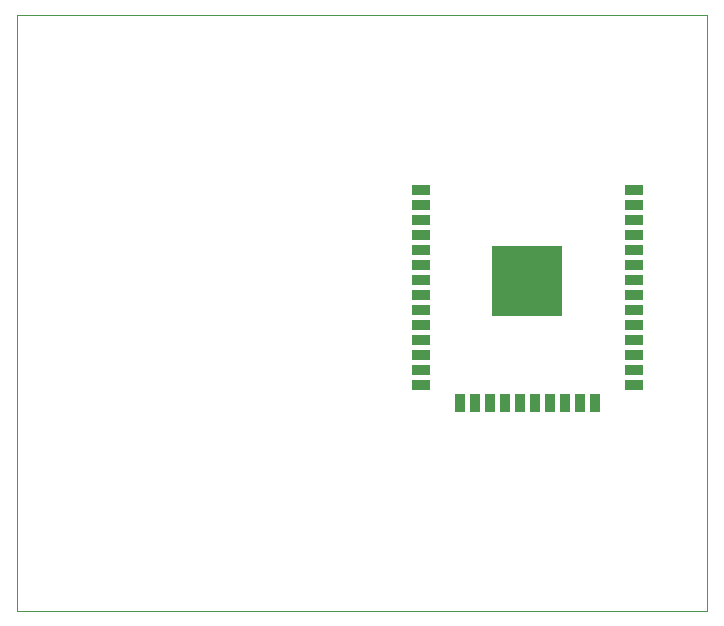
<source format=gtp>
G75*
G70*
%OFA0B0*%
%FSLAX24Y24*%
%IPPOS*%
%LPD*%
%AMOC8*
5,1,8,0,0,1.08239X$1,22.5*
%
%ADD10C,0.0000*%
%ADD11R,0.0591X0.0354*%
%ADD12R,0.0354X0.0591*%
%ADD13R,0.2362X0.2362*%
D10*
X000101Y000101D02*
X000101Y019971D01*
X023093Y019971D01*
X023093Y000101D01*
X000101Y000101D01*
D11*
X013557Y007632D03*
X013557Y008132D03*
X013557Y008632D03*
X013557Y009132D03*
X013557Y009632D03*
X013557Y010132D03*
X013557Y010632D03*
X013557Y011132D03*
X013557Y011632D03*
X013557Y012132D03*
X013557Y012632D03*
X013557Y013132D03*
X013557Y013632D03*
X013557Y014132D03*
X020644Y014132D03*
X020644Y013632D03*
X020644Y013132D03*
X020644Y012632D03*
X020644Y012132D03*
X020644Y011632D03*
X020644Y011132D03*
X020644Y010632D03*
X020644Y010132D03*
X020644Y009632D03*
X020644Y009132D03*
X020644Y008632D03*
X020644Y008132D03*
X020644Y007632D03*
D12*
X019351Y007046D03*
X018851Y007046D03*
X018351Y007046D03*
X017851Y007046D03*
X017351Y007046D03*
X016851Y007046D03*
X016351Y007046D03*
X015851Y007046D03*
X015351Y007046D03*
X014851Y007046D03*
D13*
X017101Y011101D03*
M02*

</source>
